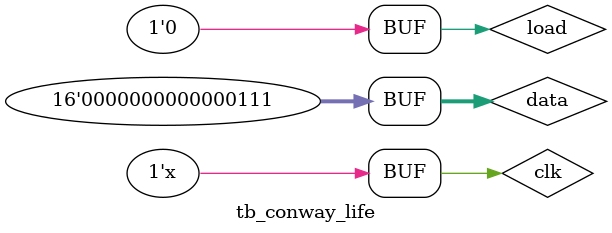
<source format=v>
`timescale 1ns / 1ps

module tb_conway_life();

localparam CYCLE = 2;
localparam ROWS = 4;
localparam COLS = 4;

reg clk, load;
reg [(ROWS * COLS - 1):0] data;
wire [(ROWS * COLS - 1):0] q;

always #(CYCLE/2) clk = ~clk;

initial begin
    clk = 0;
    load = 0;
    data = 256'h7;
    #(2 * CYCLE) load = 1;
    #(CYCLE) load = 0;
end

conway_life #(
    .ROWS(ROWS),
    .COLS(COLS)
) uut(
    .clk(clk),
    .load(load),
    .data(data),
    .q(q)
    );
endmodule

</source>
